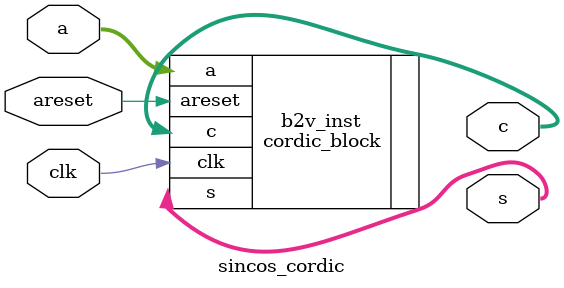
<source format=v>


module sincos_cordic(
	areset,
	clk,
	a,
	c,
	s
);


input wire	areset;
input wire	clk;
input wire	[34:0] a;
output wire	[33:0] c;
output wire	[33:0] s;






cordic_block	b2v_inst(
	.areset(areset),
	.clk(clk),
	.a(a),
	.c(c),
	.s(s));


endmodule

</source>
